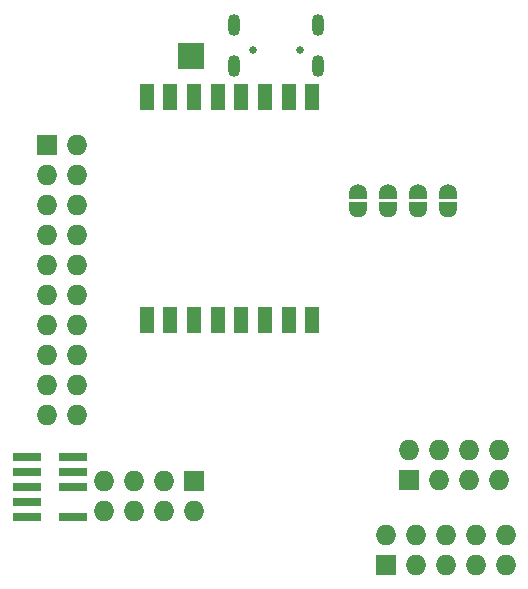
<source format=gbr>
G04 #@! TF.FileFunction,Soldermask,Bot*
%FSLAX46Y46*%
G04 Gerber Fmt 4.6, Leading zero omitted, Abs format (unit mm)*
G04 Created by KiCad (PCBNEW (2015-05-09 BZR 5648)-product) date fre 04 sep 2015 20:46:22 CEST*
%MOMM*%
G01*
G04 APERTURE LIST*
%ADD10C,0.100000*%
%ADD11R,1.200000X2.200000*%
%ADD12O,1.727200X1.727200*%
%ADD13R,1.727200X1.727200*%
%ADD14R,2.235200X2.235200*%
%ADD15R,2.400000X0.740000*%
%ADD16O,1.050000X1.850000*%
%ADD17C,0.650000*%
%ADD18R,1.524000X0.635000*%
%ADD19O,1.524000X1.270000*%
G04 APERTURE END LIST*
D10*
D11*
X144399000Y-89773000D03*
X142399000Y-89773000D03*
X140399000Y-89773000D03*
X138399000Y-89773000D03*
X136399000Y-89773000D03*
X134399000Y-89773000D03*
X132399000Y-89773000D03*
X130399000Y-89773000D03*
X130399000Y-70873000D03*
X132399000Y-70873000D03*
X134399000Y-70873000D03*
X136399000Y-70873000D03*
X138399000Y-70873000D03*
X140399000Y-70873000D03*
X142399000Y-70873000D03*
X144399000Y-70873000D03*
D12*
X126746000Y-103378000D03*
X126746000Y-105918000D03*
X129286000Y-103378000D03*
X129286000Y-105918000D03*
X131826000Y-103378000D03*
X131826000Y-105918000D03*
D13*
X134366000Y-103378000D03*
D12*
X134366000Y-105918000D03*
X124460000Y-97790000D03*
X121920000Y-97790000D03*
X124460000Y-95250000D03*
X121920000Y-95250000D03*
X124460000Y-92710000D03*
X121920000Y-92710000D03*
X124460000Y-90170000D03*
X121920000Y-90170000D03*
X124460000Y-87630000D03*
X121920000Y-87630000D03*
X124460000Y-85090000D03*
X121920000Y-85090000D03*
D13*
X121920000Y-74930000D03*
D12*
X124460000Y-74930000D03*
X121920000Y-77470000D03*
X124460000Y-77470000D03*
X121920000Y-80010000D03*
X124460000Y-80010000D03*
X121920000Y-82550000D03*
X124460000Y-82550000D03*
D14*
X134112000Y-67437000D03*
D15*
X124129800Y-101396800D03*
X120229800Y-101396800D03*
X124129800Y-102666800D03*
X120229800Y-102666800D03*
X124129800Y-103936800D03*
X120229800Y-103936800D03*
X120229800Y-105206800D03*
X124129800Y-106476800D03*
X120229800Y-106476800D03*
D13*
X150622000Y-110490000D03*
D12*
X150622000Y-107950000D03*
X153162000Y-110490000D03*
X153162000Y-107950000D03*
X155702000Y-110490000D03*
X155702000Y-107950000D03*
X158242000Y-110490000D03*
X158242000Y-107950000D03*
X160782000Y-110490000D03*
X160782000Y-107950000D03*
D13*
X152590500Y-103314500D03*
D12*
X152590500Y-100774500D03*
X155130500Y-103314500D03*
X155130500Y-100774500D03*
X157670500Y-103314500D03*
X157670500Y-100774500D03*
X160210500Y-103314500D03*
X160210500Y-100774500D03*
D16*
X144926000Y-64777000D03*
X137776000Y-64777000D03*
X144926000Y-68227000D03*
X137776000Y-68227000D03*
D17*
X143351000Y-66902000D03*
X139351000Y-66902000D03*
D18*
X153314400Y-80098900D03*
X153314400Y-79209900D03*
D19*
X153314400Y-80416400D03*
X153314400Y-78892400D03*
D18*
X155854400Y-80098900D03*
X155854400Y-79209900D03*
D19*
X155854400Y-80416400D03*
X155854400Y-78892400D03*
D18*
X150774400Y-80098900D03*
X150774400Y-79209900D03*
D19*
X150774400Y-80416400D03*
X150774400Y-78892400D03*
D18*
X148234400Y-80098900D03*
X148234400Y-79209900D03*
D19*
X148234400Y-80416400D03*
X148234400Y-78892400D03*
M02*

</source>
